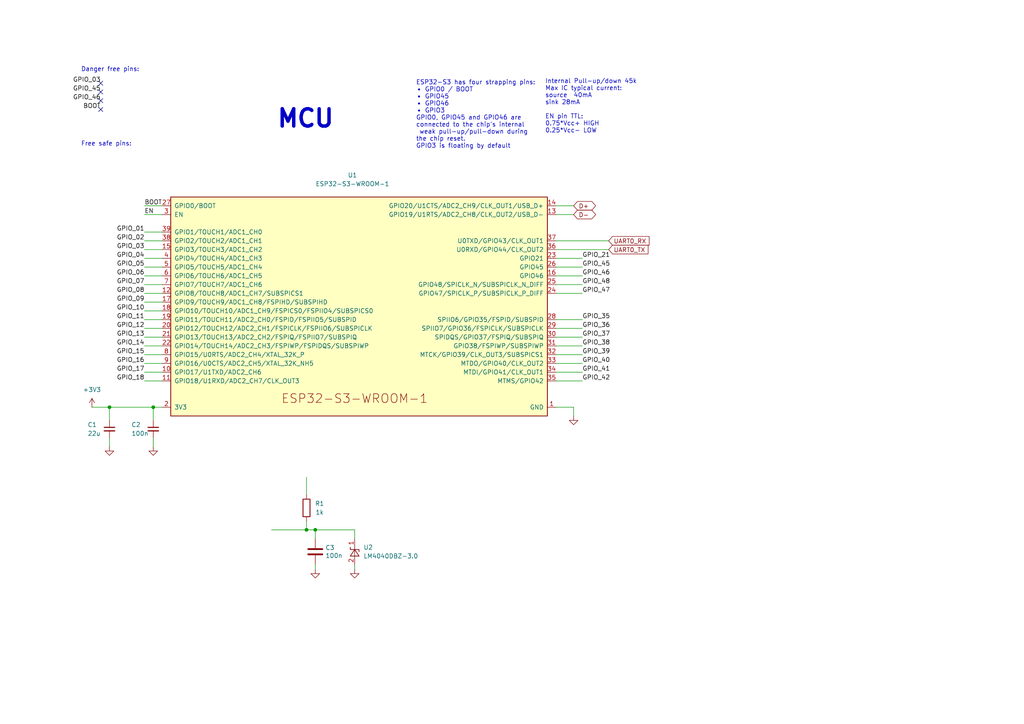
<source format=kicad_sch>
(kicad_sch (version 20211123) (generator eeschema)
  (paper "A4")
  (lib_symbols
    (symbol "Device:C" (pin_numbers hide) (pin_names (offset 0.254))
      (property "Reference" "C" (at 0.635 2.54 0))
      (property "Value" "C" (at 0.635 -2.54 0))
      (symbol "C_0_1"
        (polyline (pts (xy -2.032 -0.762) (xy 2.032 -0.762)) (stroke (width 0.508)))
        (polyline (pts (xy -2.032 0.762) (xy 2.032 0.762)) (stroke (width 0.508)))
      )
      (symbol "C_1_1"
        (pin passive line (at 0 3.81 270) (length 2.794) (name "~") (number "1"))
        (pin passive line (at 0 -3.81 90) (length 2.794) (name "~") (number "2"))
      )
    )
    (symbol "Device:C_Small" (pin_numbers hide) (pin_names (offset 0.254) hide)
      (property "Reference" "C" (at 0.254 1.778 0))
      (property "Value" "C_Small" (at 0.254 -2.032 0))
      (symbol "C_Small_0_1"
        (polyline (pts (xy -1.524 -0.508) (xy 1.524 -0.508)) (stroke (width 0.3302)))
        (polyline (pts (xy -1.524 0.508) (xy 1.524 0.508)) (stroke (width 0.3048)))
      )
      (symbol "C_Small_1_1"
        (pin passive line (at 0 2.54 270) (length 2.032) (name "~") (number "1"))
        (pin passive line (at 0 -2.54 90) (length 2.032) (name "~") (number "2"))
      )
    )
    (symbol "Device:R" (pin_numbers hide) (pin_names (offset 0))
      (property "Reference" "R" (at 2.032 0 90))
      (property "Value" "R" (at 0 0 90))
      (symbol "R_0_1"
        (rectangle (start -1.016 -2.54) (end 1.016 2.54) (stroke (width 0.254)))
      )
      (symbol "R_1_1"
        (pin passive line (at 0 3.81 270) (length 1.27) (name "~") (number "1"))
        (pin passive line (at 0 -3.81 90) (length 1.27) (name "~") (number "2"))
      )
    )
    (symbol "Espressif:ESP32-S3-WROOM-1" (pin_names (offset 1.016))
      (property "Reference" "U" (at -53.34 38.1 0))
      (property "Value" "ESP32-S3-WROOM-1" (at -53.34 35.56 0))
      (symbol "ESP32-S3-WROOM-1_0_0"
        (rectangle (start -53.34 33.02) (end 55.88 -30.48) (stroke (width 0.254)) (fill (type background)))
        (text "ESP32-S3-WROOM-1" (at 0 -25.4 0) (effects (font (size 2.54 2.54))))
        (pin power_in line (at 58.42 -27.94 180) (length 2.54) (name "GND") (number "1"))
        (pin bidirectional line (at -55.88 -17.78 0) (length 2.54) (name "GPIO17/U1TXD/ADC2_CH6") (number "10"))
        (pin bidirectional line (at -55.88 -20.32 0) (length 2.54) (name "GPIO18/U1RXD/ADC2_CH7/CLK_OUT3") (number "11"))
        (pin bidirectional line (at -55.88 5.08 0) (length 2.54) (name "GPIO8/TOUCH8/ADC1_CH7/SUBSPICS1") (number "12"))
        (pin bidirectional line (at 58.42 27.94 180) (length 2.54) (name "GPIO19/U1RTS/ADC2_CH8/CLK_OUT2/USB_D-") (number "13"))
        (pin bidirectional line (at 58.42 30.48 180) (length 2.54) (name "GPIO20/U1CTS/ADC2_CH9/CLK_OUT1/USB_D+") (number "14"))
        (pin bidirectional line (at -55.88 17.78 0) (length 2.54) (name "GPIO3/TOUCH3/ADC1_CH2") (number "15"))
        (pin bidirectional line (at 58.42 10.16 180) (length 2.54) (name "GPIO46") (number "16"))
        (pin bidirectional line (at -55.88 2.54 0) (length 2.54) (name "GPIO9/TOUCH9/ADC1_CH8/FSPIHD/SUBSPIHD") (number "17"))
        (pin bidirectional line (at -55.88 0 0) (length 2.54) (name "GPIO10/TOUCH10/ADC1_CH9/FSPICS0/FSPIIO4/SUBSPICS0") (number "18"))
        (pin bidirectional line (at -55.88 -2.54 0) (length 2.54) (name "GPIO11/TOUCH11/ADC2_CH0/FSPID/FSPIIO5/SUBSPID") (number "19"))
        (pin power_in line (at -55.88 -27.94 0) (length 2.54) (name "3V3") (number "2"))
        (pin bidirectional line (at -55.88 -5.08 0) (length 2.54) (name "GPIO12/TOUCH12/ADC2_CH1/FSPICLK/FSPIIO6/SUBSPICLK") (number "20"))
        (pin bidirectional line (at -55.88 -7.62 0) (length 2.54) (name "GPIO13/TOUCH13/ADC2_CH2/FSPIQ/FSPIIO7/SUBSPIQ") (number "21"))
        (pin bidirectional line (at -55.88 -10.16 0) (length 2.54) (name "GPIO14/TOUCH14/ADC2_CH3/FSPIWP/FSPIDQS/SUBSPIWP") (number "22"))
        (pin bidirectional line (at 58.42 15.24 180) (length 2.54) (name "GPIO21") (number "23"))
        (pin bidirectional line (at 58.42 5.08 180) (length 2.54) (name "GPIO47/SPICLK_P/SUBSPICLK_P_DIFF") (number "24"))
        (pin bidirectional line (at 58.42 7.62 180) (length 2.54) (name "GPIO48/SPICLK_N/SUBSPICLK_N_DIFF") (number "25"))
        (pin bidirectional line (at 58.42 12.7 180) (length 2.54) (name "GPIO45") (number "26"))
        (pin bidirectional line (at -55.88 30.48 0) (length 2.54) (name "GPIO0/BOOT") (number "27"))
        (pin bidirectional line (at 58.42 -2.54 180) (length 2.54) (name "SPIIO6/GPIO35/FSPID/SUBSPID") (number "28"))
        (pin bidirectional line (at 58.42 -5.08 180) (length 2.54) (name "SPIIO7/GPIO36/FSPICLK/SUBSPICLK") (number "29"))
        (pin input line (at -55.88 27.94 0) (length 2.54) (name "EN") (number "3"))
        (pin bidirectional line (at 58.42 -7.62 180) (length 2.54) (name "SPIDQS/GPIO37/FSPIQ/SUBSPIQ") (number "30"))
        (pin bidirectional line (at 58.42 -10.16 180) (length 2.54) (name "GPIO38/FSPIWP/SUBSPIWP") (number "31"))
        (pin bidirectional line (at 58.42 -12.7 180) (length 2.54) (name "MTCK/GPIO39/CLK_OUT3/SUBSPICS1") (number "32"))
        (pin bidirectional line (at 58.42 -15.24 180) (length 2.54) (name "MTDO/GPIO40/CLK_OUT2") (number "33"))
        (pin bidirectional line (at 58.42 -17.78 180) (length 2.54) (name "MTDI/GPIO41/CLK_OUT1") (number "34"))
        (pin bidirectional line (at 58.42 -20.32 180) (length 2.54) (name "MTMS/GPIO42") (number "35"))
        (pin bidirectional line (at 58.42 17.78 180) (length 2.54) (name "U0RXD/GPIO44/CLK_OUT2") (number "36"))
        (pin bidirectional line (at 58.42 20.32 180) (length 2.54) (name "U0TXD/GPIO43/CLK_OUT1") (number "37"))
        (pin bidirectional line (at -55.88 20.32 0) (length 2.54) (name "GPIO2/TOUCH2/ADC1_CH1") (number "38"))
        (pin bidirectional line (at -55.88 22.86 0) (length 2.54) (name "GPIO1/TOUCH1/ADC1_CH0") (number "39"))
        (pin bidirectional line (at -55.88 15.24 0) (length 2.54) (name "GPIO4/TOUCH4/ADC1_CH3") (number "4"))
        (pin passive line (at 58.42 -27.94 180) (length 2.54) hide (name "GND") (number "40"))
        (pin passive line (at 58.42 -27.94 180) (length 2.54) hide (name "GND") (number "41"))
        (pin bidirectional line (at -55.88 12.7 0) (length 2.54) (name "GPIO5/TOUCH5/ADC1_CH4") (number "5"))
        (pin bidirectional line (at -55.88 10.16 0) (length 2.54) (name "GPIO6/TOUCH6/ADC1_CH5") (number "6"))
        (pin bidirectional line (at -55.88 7.62 0) (length 2.54) (name "GPIO7/TOUCH7/ADC1_CH6") (number "7"))
        (pin bidirectional line (at -55.88 -12.7 0) (length 2.54) (name "GPIO15/U0RTS/ADC2_CH4/XTAL_32K_P") (number "8"))
        (pin bidirectional line (at -55.88 -15.24 0) (length 2.54) (name "GPIO16/U0CTS/ADC2_CH5/XTAL_32K_NH5") (number "9"))
      )
    )
    (symbol "Reference_Voltage:LM4040DBZ-2.0" (pin_names (offset 0.0254) hide)
      (property "Reference" "U" (at 0 2.54 0))
      (property "Value" "LM4040DBZ-2.0" (at 0 -3.175 0))
      (symbol "LM4040DBZ-2.0_0_1"
        (polyline (pts (xy -1.27 0) (xy 0 0) (xy 1.27 0)))
        (polyline (pts (xy -1.27 -1.27) (xy 0.635 0) (xy -1.27 1.27) (xy -1.27 -1.27)) (stroke (width 0.2032)))
        (polyline (pts (xy 0 -1.27) (xy 0.635 -1.27) (xy 0.635 1.27) (xy 1.27 1.27)) (stroke (width 0.2032)))
      )
      (symbol "LM4040DBZ-2.0_1_1"
        (pin passive line (at 3.81 0 180) (length 2.54) (name "K") (number "1"))
        (pin passive line (at -3.81 0 0) (length 2.54) (name "A") (number "2"))
      )
    )
    (symbol "power:+3V3" (power) (pin_names (offset 0))
      (property "Value" "+3V3" (at 0 3.556 0))
      (symbol "+3V3_0_1"
        (polyline (pts (xy -0.762 1.27) (xy 0 2.54)))
        (polyline (pts (xy 0 0) (xy 0 2.54)))
        (polyline (pts (xy 0 2.54) (xy 0.762 1.27)))
      )
      (symbol "+3V3_1_1"
        (pin power_in line (at 0 0 90) (length 0) hide (name "+3V3") (number "1"))
      )
    )
    (symbol "power:GND" (power) (pin_names (offset 0))
      (property "Value" "GND" (at 0 -3.81 0))
      (symbol "GND_0_1"
        (polyline (pts (xy 0 0) (xy 0 -1.27) (xy 1.27 -1.27) (xy 0 -2.54) (xy -1.27 -1.27) (xy 0 -1.27)))
      )
      (symbol "GND_1_1"
        (pin power_in line (at 0 0 270) (length 0) hide (name "GND") (number "1"))
      )
    )
  )
  (junction (at 31.75 118.11))
  (junction (at 91.44 153.67))
  (junction (at 44.45 118.11))
  (junction (at 88.9 153.67))
  (no_connect (at 29.21 31.75))
  (no_connect (at 29.21 24.13))
  (no_connect (at 29.21 29.21))
  (no_connect (at 29.21 26.67))
  (wire (pts (xy 41.91 90.17) (xy 46.99 90.17)))
  (wire (pts (xy 41.91 102.87) (xy 46.99 102.87)))
  (wire (pts (xy 102.87 165.1) (xy 102.87 163.83)))
  (wire (pts (xy 161.29 95.25) (xy 168.91 95.25)))
  (wire (pts (xy 41.91 82.55) (xy 46.99 82.55)))
  (wire (pts (xy 41.91 110.49) (xy 46.99 110.49)))
  (wire (pts (xy 161.29 102.87) (xy 168.91 102.87)))
  (wire (pts (xy 161.29 107.95) (xy 168.91 107.95)))
  (wire (pts (xy 161.29 118.11) (xy 166.37 118.11)))
  (wire (pts (xy 161.29 85.09) (xy 168.91 85.09)))
  (wire (pts (xy 31.75 127) (xy 31.75 129.54)))
  (wire (pts (xy 41.91 72.39) (xy 46.99 72.39)))
  (wire (pts (xy 41.91 80.01) (xy 46.99 80.01)))
  (wire (pts (xy 44.45 127) (xy 44.45 129.54)))
  (wire (pts (xy 161.29 69.85) (xy 176.53 69.85)))
  (wire (pts (xy 161.29 110.49) (xy 168.91 110.49)))
  (wire (pts (xy 41.91 92.71) (xy 46.99 92.71)))
  (wire (pts (xy 44.45 121.92) (xy 44.45 118.11)))
  (wire (pts (xy 102.87 153.67) (xy 91.44 153.67)))
  (wire (pts (xy 88.9 138.43) (xy 88.9 143.51)))
  (wire (pts (xy 161.29 74.93) (xy 168.91 74.93)))
  (wire (pts (xy 41.91 74.93) (xy 46.99 74.93)))
  (wire (pts (xy 31.75 118.11) (xy 44.45 118.11)))
  (wire (pts (xy 41.91 97.79) (xy 46.99 97.79)))
  (wire (pts (xy 161.29 62.23) (xy 166.37 62.23)))
  (wire (pts (xy 161.29 59.69) (xy 166.37 59.69)))
  (wire (pts (xy 78.74 153.67) (xy 88.9 153.67)))
  (wire (pts (xy 91.44 156.21) (xy 91.44 153.67)))
  (wire (pts (xy 161.29 77.47) (xy 168.91 77.47)))
  (wire (pts (xy 88.9 153.67) (xy 88.9 151.13)))
  (wire (pts (xy 41.91 105.41) (xy 46.99 105.41)))
  (wire (pts (xy 41.91 87.63) (xy 46.99 87.63)))
  (wire (pts (xy 41.91 69.85) (xy 46.99 69.85)))
  (wire (pts (xy 161.29 100.33) (xy 168.91 100.33)))
  (wire (pts (xy 41.91 67.31) (xy 46.99 67.31)))
  (wire (pts (xy 41.91 85.09) (xy 46.99 85.09)))
  (wire (pts (xy 44.45 118.11) (xy 46.99 118.11)))
  (wire (pts (xy 166.37 118.11) (xy 166.37 120.65)))
  (wire (pts (xy 91.44 163.83) (xy 91.44 165.1)))
  (wire (pts (xy 41.91 107.95) (xy 46.99 107.95)))
  (wire (pts (xy 41.91 77.47) (xy 46.99 77.47)))
  (wire (pts (xy 91.44 153.67) (xy 88.9 153.67)))
  (wire (pts (xy 161.29 92.71) (xy 168.91 92.71)))
  (wire (pts (xy 102.87 153.67) (xy 102.87 156.21)))
  (wire (pts (xy 26.67 118.11) (xy 31.75 118.11)))
  (wire (pts (xy 41.91 100.33) (xy 46.99 100.33)))
  (wire (pts (xy 161.29 105.41) (xy 168.91 105.41)))
  (wire (pts (xy 161.29 80.01) (xy 168.91 80.01)))
  (wire (pts (xy 41.91 59.69) (xy 46.99 59.69)))
  (wire (pts (xy 161.29 97.79) (xy 168.91 97.79)))
  (wire (pts (xy 31.75 121.92) (xy 31.75 118.11)))
  (wire (pts (xy 161.29 82.55) (xy 168.91 82.55)))
  (wire (pts (xy 41.91 95.25) (xy 46.99 95.25)))
  (wire (pts (xy 41.91 62.23) (xy 46.99 62.23)))
  (wire (pts (xy 161.29 72.39) (xy 176.53 72.39)))
  (text "MCU" (at 80.01 37.465 0) (effects (font (size 5 5) (thickness 1) bold) (justify left bottom)))
  (text "Danger free pins:\n" (at 23.495 20.955 0) (effects (font (size 1.27 1.27)) (justify left bottom)))
  (text "Internal Pull-up/down 45k\nMax IC typical current:\nsource  40mA\nsink 28mA\n\nEN pin TTL:\n0.75*Vcc+ HIGH\n0.25*Vcc- LOW" (at 158.115 38.735 0) (effects (font (size 1.27 1.27)) (justify left bottom)))
  (text "ESP32-S3 has four strapping pins:\n• GPIO0 / BOOT\n• GPIO45\n• GPIO46\n• GPIO3\nGPIO0, GPIO45 and GPIO46 are\nconnected to the chip's internal\n weak pull-up/pull-down during\nthe chip reset.\nGPIO3 is floating by default" (at 120.65 43.18 0) (effects (font (size 1.27 1.27)) (justify left bottom)))
  (text "Free safe pins:" (at 23.495 42.545 0) (effects (font (size 1.27 1.27)) (justify left bottom)))
  (label "GPIO_46" (at 168.91 80.01 0))
  (label "GPIO_04" (at 41.91 74.93 180))
  (label "GPIO_42" (at 168.91 110.49 0))
  (label "GPIO_41" (at 168.91 107.95 0))
  (label "GPIO_03" (at 41.91 72.39 180))
  (label "GPIO_46" (at 29.21 29.21 180))
  (label "GPIO_10" (at 41.91 90.17 180))
  (label "GPIO_21" (at 168.91 74.93 0))
  (label "GPIO_18" (at 41.91 110.49 180))
  (label "GPIO_48" (at 168.91 82.55 0))
  (label "GPIO_01" (at 41.91 67.31 180))
  (label "GPIO_35" (at 168.91 92.71 0))
  (label "GPIO_05" (at 41.91 77.47 180))
  (label "GPIO_45" (at 168.91 77.47 0))
  (label "GPIO_11" (at 41.91 92.71 180))
  (label "GPIO_37" (at 168.91 97.79 0))
  (label "GPIO_09" (at 41.91 87.63 180))
  (label "GPIO_12" (at 41.91 95.25 180))
  (label "GPIO_14" (at 41.91 100.33 180))
  (label "GPIO_02" (at 41.91 69.85 180))
  (label "EN" (at 41.91 62.23 0))
  (label "GPIO_07" (at 41.91 82.55 180))
  (label "GPIO_15" (at 41.91 102.87 180))
  (label "GPIO_36" (at 168.91 95.25 0))
  (label "GPIO_03" (at 29.21 24.13 180))
  (label "GPIO_38" (at 168.91 100.33 0))
  (label "BOOT" (at 29.21 31.75 180))
  (label "GPIO_06" (at 41.91 80.01 180))
  (label "GPIO_47" (at 168.91 85.09 0))
  (label "GPIO_39" (at 168.91 102.87 0))
  (label "BOOT" (at 41.91 59.69 0))
  (label "GPIO_40" (at 168.91 105.41 0))
  (label "GPIO_45" (at 29.21 26.67 180))
  (label "GPIO_17" (at 41.91 107.95 180))
  (label "GPIO_08" (at 41.91 85.09 180))
  (label "GPIO_16" (at 41.91 105.41 180))
  (label "GPIO_13" (at 41.91 97.79 180))
  (global_label "UART0_TX" (shape input) (at 176.53 72.39 0) (property "Intersheet References" "${INTERSHEET_REFS}" (effects hide)))
  (global_label "UART0_RX" (shape input) (at 176.53 69.85 0) (property "Intersheet References" "${INTERSHEET_REFS}" (effects hide)))
  (global_label "D-" (shape bidirectional) (at 166.37 62.23 0) (property "Intersheet References" "${INTERSHEET_REFS}" (effects hide)))
  (global_label "D+" (shape bidirectional) (at 166.37 59.69 0) (property "Intersheet References" "${INTERSHEET_REFS}" (effects hide)))
  (symbol (lib_id "Device:C") (at 91.44 160.02 0) (unit 1)
    (property "Reference" "C3" (at 94.361 158.8516 0) (effects (justify left)))
    (property "Value" "100n" (at 94.361 161.163 0) (effects (justify left)))
    (property "Footprint" "Capacitor_SMD:C_0805_2012Metric_Pad1.18x1.45mm_HandSolder" (effects hide))
  )
  (symbol (lib_id "power:GND") (at 102.87 165.1 0) (mirror y) (unit 1)
    (property "Reference" "#PWR06" (effects hide))
    (property "Value" "GND" (effects hide))
  )
  (symbol (lib_id "power:GND") (at 31.75 129.54 0) (unit 1)
    (property "Reference" "#PWR03" (effects hide))
    (property "Value" "GND" (effects hide))
  )
  (symbol (lib_id "Reference_Voltage:LM4040DBZ-2.0") (at 102.87 160.02 90) (unit 1)
    (property "Reference" "U2" (at 105.41 158.7499 90) (effects (justify right)))
    (property "Value" "LM4040DBZ-3.0" (at 105.41 161.2899 90) (effects (justify right)))
    (property "Footprint" "Package_TO_SOT_SMD:SOT-23" (effects hide))
    (property "Datasheet" "http://www.ti.com/lit/ds/symlink/lm4040-n.pdf" (effects hide))
  )
  (symbol (lib_id "power:+3V3") (at 26.67 118.11 0) (unit 1)
    (property "Reference" "#PWR01" (effects hide))
    (property "Value" "+3V3" (at 26.67 113.03 0))
  )
  (symbol (lib_id "power:GND") (at 91.44 165.1 0) (unit 1)
    (property "Reference" "#PWR05" (effects hide))
    (property "Value" "GND" (effects hide))
  )
  (symbol (lib_id "Device:C_Small") (at 44.45 124.46 0) (unit 1)
    (property "Reference" "C2" (at 38.1 123.19 0) (effects (justify left)))
    (property "Value" "100n" (at 38.1 125.73 0) (effects (justify left)))
    (property "Footprint" "Capacitor_SMD:C_0603_1608Metric_Pad1.08x0.95mm_HandSolder" (effects hide))
  )
  (symbol (lib_id "Device:C_Small") (at 31.75 124.46 0) (unit 1)
    (property "Reference" "C1" (at 25.4 123.19 0) (effects (justify left)))
    (property "Value" "22u" (at 25.4 125.73 0) (effects (justify left)))
    (property "Footprint" "Capacitor_SMD:C_0805_2012Metric_Pad1.18x1.45mm_HandSolder" (effects hide))
  )
  (symbol (lib_id "power:GND") (at 44.45 129.54 0) (unit 1)
    (property "Reference" "#PWR04" (effects hide))
    (property "Value" "GND" (effects hide))
  )
  (symbol (lib_id "Device:R") (at 88.9 147.32 180) (unit 1)
    (property "Reference" "R1" (at 92.71 146.05 0))
    (property "Value" "1k" (at 92.71 148.59 0))
    (property "Footprint" "Resistor_SMD:R_0603_1608Metric_Pad0.98x0.95mm_HandSolder" (effects hide))
  )
  (symbol (lib_id "Espressif:ESP32-S3-WROOM-1") (at 102.87 90.17 0) (unit 1)
    (property "Reference" "U1" (at 102.235 50.8 0))
    (property "Value" "ESP32-S3-WROOM-1" (at 102.235 53.34 0))
    (property "Footprint" "Espressif:ESP32-S3-WROOM-1" (effects hide))
    (property "Datasheet" "https://www.espressif.com/sites/default/files/documentation/esp32-s3-wroom-1_wroom-1u_datasheet_en.pdf" (effects hide))
  )
  (symbol (lib_id "power:GND") (at 166.37 120.65 0) (unit 1)
    (property "Reference" "#PWR02" (effects hide))
    (property "Value" "GND" (effects hide))
  )
)
</source>
